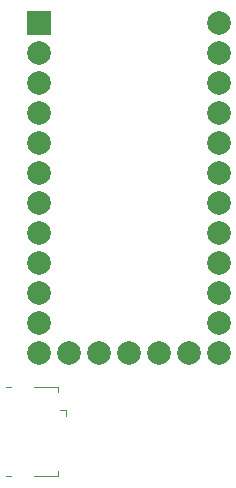
<source format=gbr>
%TF.GenerationSoftware,KiCad,Pcbnew,(6.0.4)*%
%TF.CreationDate,2024-05-03T20:31:11-07:00*%
%TF.ProjectId,right_staggered,72696768-745f-4737-9461-676765726564,v1.0.0*%
%TF.SameCoordinates,Original*%
%TF.FileFunction,Legend,Top*%
%TF.FilePolarity,Positive*%
%FSLAX46Y46*%
G04 Gerber Fmt 4.6, Leading zero omitted, Abs format (unit mm)*
G04 Created by KiCad (PCBNEW (6.0.4)) date 2024-05-03 20:31:11*
%MOMM*%
%LPD*%
G01*
G04 APERTURE LIST*
%ADD10C,0.150000*%
%ADD11C,0.120000*%
%ADD12R,2.000000X2.000000*%
%ADD13C,2.000000*%
G04 APERTURE END LIST*
D10*
%TO.C,*%
D11*
X120980000Y-126840000D02*
X122960000Y-126840000D01*
X122960000Y-134360000D02*
X122960000Y-133940000D01*
X120980000Y-134360000D02*
X122960000Y-134360000D01*
X123190000Y-128840000D02*
X123640000Y-128840000D01*
X118610000Y-126840000D02*
X119010000Y-126840000D01*
X122960000Y-126840000D02*
X122960000Y-127260000D01*
X123640000Y-129290000D02*
X123640000Y-128840000D01*
X119010000Y-134360000D02*
X118610000Y-134360000D01*
%TD*%
D12*
%TO.C,*%
X121380000Y-96030000D03*
D13*
X121380000Y-98570000D03*
X121380000Y-101110000D03*
X121380000Y-103650000D03*
X121380000Y-106190000D03*
X121380000Y-108730000D03*
X121380000Y-111270000D03*
X121380000Y-113810000D03*
X121380000Y-116350000D03*
X121380000Y-118890000D03*
X121380000Y-121430000D03*
X121380000Y-123970000D03*
X136620000Y-123970000D03*
X136620000Y-121430000D03*
X136620000Y-118890000D03*
X136620000Y-116350000D03*
X136620000Y-113810000D03*
X136620000Y-111270000D03*
X136620000Y-108730000D03*
X136620000Y-106190000D03*
X136620000Y-103650000D03*
X136620000Y-101110000D03*
X136620000Y-98570000D03*
X136620000Y-96030000D03*
X123920000Y-123970000D03*
X126460000Y-123970000D03*
X129000000Y-123970000D03*
X131540000Y-123970000D03*
X134080000Y-123970000D03*
%TD*%
M02*

</source>
